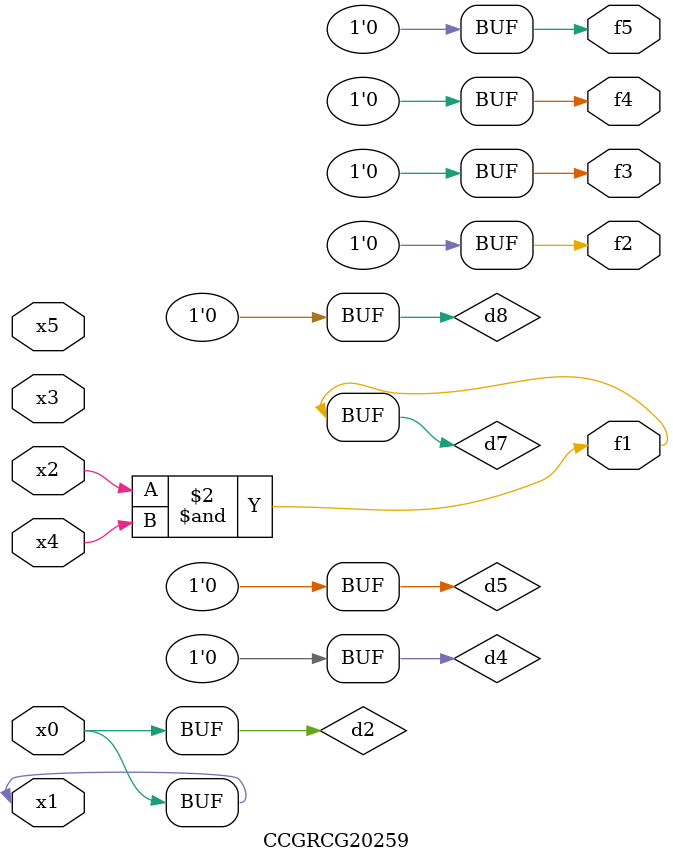
<source format=v>
module CCGRCG20259(
	input x0, x1, x2, x3, x4, x5,
	output f1, f2, f3, f4, f5
);

	wire d1, d2, d3, d4, d5, d6, d7, d8, d9;

	nand (d1, x1);
	buf (d2, x0, x1);
	nand (d3, x2, x4);
	and (d4, d1, d2);
	and (d5, d1, d2);
	nand (d6, d1, d3);
	not (d7, d3);
	xor (d8, d5);
	nor (d9, d5, d6);
	assign f1 = d7;
	assign f2 = d8;
	assign f3 = d8;
	assign f4 = d8;
	assign f5 = d8;
endmodule

</source>
